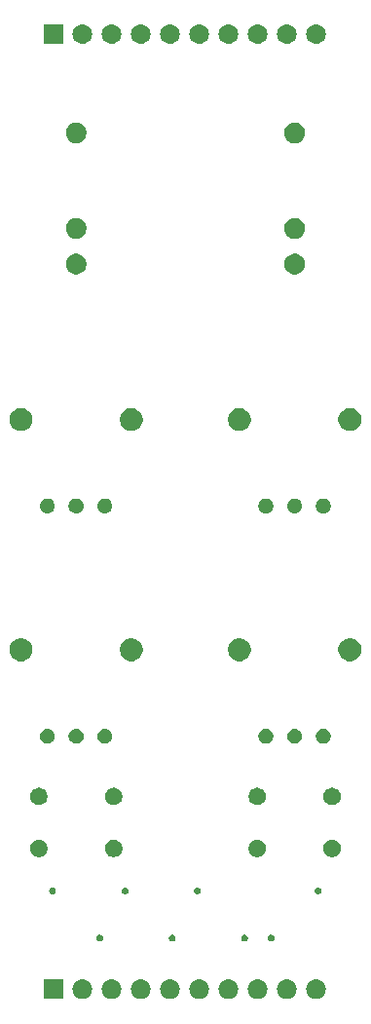
<source format=gbr>
G04 #@! TF.GenerationSoftware,KiCad,Pcbnew,5.0.2+dfsg1-1~bpo9+1*
G04 #@! TF.CreationDate,2019-05-23T15:11:14-07:00*
G04 #@! TF.ProjectId,HW,48572e6b-6963-4616-945f-706362585858,rev?*
G04 #@! TF.SameCoordinates,Original*
G04 #@! TF.FileFunction,Soldermask,Bot*
G04 #@! TF.FilePolarity,Negative*
%FSLAX46Y46*%
G04 Gerber Fmt 4.6, Leading zero omitted, Abs format (unit mm)*
G04 Created by KiCad (PCBNEW 5.0.2+dfsg1-1~bpo9+1) date Thu 23 May 2019 03:11:14 PM PDT*
%MOMM*%
%LPD*%
G01*
G04 APERTURE LIST*
%ADD10C,0.100000*%
G04 APERTURE END LIST*
D10*
G36*
X138026630Y-145662299D02*
X138186855Y-145710903D01*
X138334520Y-145789831D01*
X138463949Y-145896051D01*
X138570169Y-146025480D01*
X138649097Y-146173145D01*
X138697701Y-146333370D01*
X138714112Y-146500000D01*
X138697701Y-146666630D01*
X138649097Y-146826855D01*
X138570169Y-146974520D01*
X138463949Y-147103949D01*
X138334520Y-147210169D01*
X138186855Y-147289097D01*
X138026630Y-147337701D01*
X137901752Y-147350000D01*
X137818248Y-147350000D01*
X137693370Y-147337701D01*
X137533145Y-147289097D01*
X137385480Y-147210169D01*
X137256051Y-147103949D01*
X137149831Y-146974520D01*
X137070903Y-146826855D01*
X137022299Y-146666630D01*
X137005888Y-146500000D01*
X137022299Y-146333370D01*
X137070903Y-146173145D01*
X137149831Y-146025480D01*
X137256051Y-145896051D01*
X137385480Y-145789831D01*
X137533145Y-145710903D01*
X137693370Y-145662299D01*
X137818248Y-145650000D01*
X137901752Y-145650000D01*
X138026630Y-145662299D01*
X138026630Y-145662299D01*
G37*
G36*
X135486630Y-145662299D02*
X135646855Y-145710903D01*
X135794520Y-145789831D01*
X135923949Y-145896051D01*
X136030169Y-146025480D01*
X136109097Y-146173145D01*
X136157701Y-146333370D01*
X136174112Y-146500000D01*
X136157701Y-146666630D01*
X136109097Y-146826855D01*
X136030169Y-146974520D01*
X135923949Y-147103949D01*
X135794520Y-147210169D01*
X135646855Y-147289097D01*
X135486630Y-147337701D01*
X135361752Y-147350000D01*
X135278248Y-147350000D01*
X135153370Y-147337701D01*
X134993145Y-147289097D01*
X134845480Y-147210169D01*
X134716051Y-147103949D01*
X134609831Y-146974520D01*
X134530903Y-146826855D01*
X134482299Y-146666630D01*
X134465888Y-146500000D01*
X134482299Y-146333370D01*
X134530903Y-146173145D01*
X134609831Y-146025480D01*
X134716051Y-145896051D01*
X134845480Y-145789831D01*
X134993145Y-145710903D01*
X135153370Y-145662299D01*
X135278248Y-145650000D01*
X135361752Y-145650000D01*
X135486630Y-145662299D01*
X135486630Y-145662299D01*
G37*
G36*
X132946630Y-145662299D02*
X133106855Y-145710903D01*
X133254520Y-145789831D01*
X133383949Y-145896051D01*
X133490169Y-146025480D01*
X133569097Y-146173145D01*
X133617701Y-146333370D01*
X133634112Y-146500000D01*
X133617701Y-146666630D01*
X133569097Y-146826855D01*
X133490169Y-146974520D01*
X133383949Y-147103949D01*
X133254520Y-147210169D01*
X133106855Y-147289097D01*
X132946630Y-147337701D01*
X132821752Y-147350000D01*
X132738248Y-147350000D01*
X132613370Y-147337701D01*
X132453145Y-147289097D01*
X132305480Y-147210169D01*
X132176051Y-147103949D01*
X132069831Y-146974520D01*
X131990903Y-146826855D01*
X131942299Y-146666630D01*
X131925888Y-146500000D01*
X131942299Y-146333370D01*
X131990903Y-146173145D01*
X132069831Y-146025480D01*
X132176051Y-145896051D01*
X132305480Y-145789831D01*
X132453145Y-145710903D01*
X132613370Y-145662299D01*
X132738248Y-145650000D01*
X132821752Y-145650000D01*
X132946630Y-145662299D01*
X132946630Y-145662299D01*
G37*
G36*
X130406630Y-145662299D02*
X130566855Y-145710903D01*
X130714520Y-145789831D01*
X130843949Y-145896051D01*
X130950169Y-146025480D01*
X131029097Y-146173145D01*
X131077701Y-146333370D01*
X131094112Y-146500000D01*
X131077701Y-146666630D01*
X131029097Y-146826855D01*
X130950169Y-146974520D01*
X130843949Y-147103949D01*
X130714520Y-147210169D01*
X130566855Y-147289097D01*
X130406630Y-147337701D01*
X130281752Y-147350000D01*
X130198248Y-147350000D01*
X130073370Y-147337701D01*
X129913145Y-147289097D01*
X129765480Y-147210169D01*
X129636051Y-147103949D01*
X129529831Y-146974520D01*
X129450903Y-146826855D01*
X129402299Y-146666630D01*
X129385888Y-146500000D01*
X129402299Y-146333370D01*
X129450903Y-146173145D01*
X129529831Y-146025480D01*
X129636051Y-145896051D01*
X129765480Y-145789831D01*
X129913145Y-145710903D01*
X130073370Y-145662299D01*
X130198248Y-145650000D01*
X130281752Y-145650000D01*
X130406630Y-145662299D01*
X130406630Y-145662299D01*
G37*
G36*
X127866630Y-145662299D02*
X128026855Y-145710903D01*
X128174520Y-145789831D01*
X128303949Y-145896051D01*
X128410169Y-146025480D01*
X128489097Y-146173145D01*
X128537701Y-146333370D01*
X128554112Y-146500000D01*
X128537701Y-146666630D01*
X128489097Y-146826855D01*
X128410169Y-146974520D01*
X128303949Y-147103949D01*
X128174520Y-147210169D01*
X128026855Y-147289097D01*
X127866630Y-147337701D01*
X127741752Y-147350000D01*
X127658248Y-147350000D01*
X127533370Y-147337701D01*
X127373145Y-147289097D01*
X127225480Y-147210169D01*
X127096051Y-147103949D01*
X126989831Y-146974520D01*
X126910903Y-146826855D01*
X126862299Y-146666630D01*
X126845888Y-146500000D01*
X126862299Y-146333370D01*
X126910903Y-146173145D01*
X126989831Y-146025480D01*
X127096051Y-145896051D01*
X127225480Y-145789831D01*
X127373145Y-145710903D01*
X127533370Y-145662299D01*
X127658248Y-145650000D01*
X127741752Y-145650000D01*
X127866630Y-145662299D01*
X127866630Y-145662299D01*
G37*
G36*
X125326630Y-145662299D02*
X125486855Y-145710903D01*
X125634520Y-145789831D01*
X125763949Y-145896051D01*
X125870169Y-146025480D01*
X125949097Y-146173145D01*
X125997701Y-146333370D01*
X126014112Y-146500000D01*
X125997701Y-146666630D01*
X125949097Y-146826855D01*
X125870169Y-146974520D01*
X125763949Y-147103949D01*
X125634520Y-147210169D01*
X125486855Y-147289097D01*
X125326630Y-147337701D01*
X125201752Y-147350000D01*
X125118248Y-147350000D01*
X124993370Y-147337701D01*
X124833145Y-147289097D01*
X124685480Y-147210169D01*
X124556051Y-147103949D01*
X124449831Y-146974520D01*
X124370903Y-146826855D01*
X124322299Y-146666630D01*
X124305888Y-146500000D01*
X124322299Y-146333370D01*
X124370903Y-146173145D01*
X124449831Y-146025480D01*
X124556051Y-145896051D01*
X124685480Y-145789831D01*
X124833145Y-145710903D01*
X124993370Y-145662299D01*
X125118248Y-145650000D01*
X125201752Y-145650000D01*
X125326630Y-145662299D01*
X125326630Y-145662299D01*
G37*
G36*
X122786630Y-145662299D02*
X122946855Y-145710903D01*
X123094520Y-145789831D01*
X123223949Y-145896051D01*
X123330169Y-146025480D01*
X123409097Y-146173145D01*
X123457701Y-146333370D01*
X123474112Y-146500000D01*
X123457701Y-146666630D01*
X123409097Y-146826855D01*
X123330169Y-146974520D01*
X123223949Y-147103949D01*
X123094520Y-147210169D01*
X122946855Y-147289097D01*
X122786630Y-147337701D01*
X122661752Y-147350000D01*
X122578248Y-147350000D01*
X122453370Y-147337701D01*
X122293145Y-147289097D01*
X122145480Y-147210169D01*
X122016051Y-147103949D01*
X121909831Y-146974520D01*
X121830903Y-146826855D01*
X121782299Y-146666630D01*
X121765888Y-146500000D01*
X121782299Y-146333370D01*
X121830903Y-146173145D01*
X121909831Y-146025480D01*
X122016051Y-145896051D01*
X122145480Y-145789831D01*
X122293145Y-145710903D01*
X122453370Y-145662299D01*
X122578248Y-145650000D01*
X122661752Y-145650000D01*
X122786630Y-145662299D01*
X122786630Y-145662299D01*
G37*
G36*
X117706630Y-145662299D02*
X117866855Y-145710903D01*
X118014520Y-145789831D01*
X118143949Y-145896051D01*
X118250169Y-146025480D01*
X118329097Y-146173145D01*
X118377701Y-146333370D01*
X118394112Y-146500000D01*
X118377701Y-146666630D01*
X118329097Y-146826855D01*
X118250169Y-146974520D01*
X118143949Y-147103949D01*
X118014520Y-147210169D01*
X117866855Y-147289097D01*
X117706630Y-147337701D01*
X117581752Y-147350000D01*
X117498248Y-147350000D01*
X117373370Y-147337701D01*
X117213145Y-147289097D01*
X117065480Y-147210169D01*
X116936051Y-147103949D01*
X116829831Y-146974520D01*
X116750903Y-146826855D01*
X116702299Y-146666630D01*
X116685888Y-146500000D01*
X116702299Y-146333370D01*
X116750903Y-146173145D01*
X116829831Y-146025480D01*
X116936051Y-145896051D01*
X117065480Y-145789831D01*
X117213145Y-145710903D01*
X117373370Y-145662299D01*
X117498248Y-145650000D01*
X117581752Y-145650000D01*
X117706630Y-145662299D01*
X117706630Y-145662299D01*
G37*
G36*
X115850000Y-147350000D02*
X114150000Y-147350000D01*
X114150000Y-145650000D01*
X115850000Y-145650000D01*
X115850000Y-147350000D01*
X115850000Y-147350000D01*
G37*
G36*
X120246630Y-145662299D02*
X120406855Y-145710903D01*
X120554520Y-145789831D01*
X120683949Y-145896051D01*
X120790169Y-146025480D01*
X120869097Y-146173145D01*
X120917701Y-146333370D01*
X120934112Y-146500000D01*
X120917701Y-146666630D01*
X120869097Y-146826855D01*
X120790169Y-146974520D01*
X120683949Y-147103949D01*
X120554520Y-147210169D01*
X120406855Y-147289097D01*
X120246630Y-147337701D01*
X120121752Y-147350000D01*
X120038248Y-147350000D01*
X119913370Y-147337701D01*
X119753145Y-147289097D01*
X119605480Y-147210169D01*
X119476051Y-147103949D01*
X119369831Y-146974520D01*
X119290903Y-146826855D01*
X119242299Y-146666630D01*
X119225888Y-146500000D01*
X119242299Y-146333370D01*
X119290903Y-146173145D01*
X119369831Y-146025480D01*
X119476051Y-145896051D01*
X119605480Y-145789831D01*
X119753145Y-145710903D01*
X119913370Y-145662299D01*
X120038248Y-145650000D01*
X120121752Y-145650000D01*
X120246630Y-145662299D01*
X120246630Y-145662299D01*
G37*
G36*
X131737507Y-141761528D02*
X131792103Y-141784143D01*
X131841239Y-141816974D01*
X131883026Y-141858761D01*
X131915857Y-141907897D01*
X131938472Y-141962493D01*
X131950000Y-142020453D01*
X131950000Y-142079547D01*
X131938472Y-142137507D01*
X131915857Y-142192103D01*
X131883026Y-142241239D01*
X131841239Y-142283026D01*
X131792103Y-142315857D01*
X131737507Y-142338472D01*
X131679547Y-142350000D01*
X131620453Y-142350000D01*
X131562493Y-142338472D01*
X131507897Y-142315857D01*
X131458761Y-142283026D01*
X131416974Y-142241239D01*
X131384143Y-142192103D01*
X131361528Y-142137507D01*
X131350000Y-142079547D01*
X131350000Y-142020453D01*
X131361528Y-141962493D01*
X131384143Y-141907897D01*
X131416974Y-141858761D01*
X131458761Y-141816974D01*
X131507897Y-141784143D01*
X131562493Y-141761528D01*
X131620453Y-141750000D01*
X131679547Y-141750000D01*
X131737507Y-141761528D01*
X131737507Y-141761528D01*
G37*
G36*
X134037507Y-141761528D02*
X134092103Y-141784143D01*
X134141239Y-141816974D01*
X134183026Y-141858761D01*
X134215857Y-141907897D01*
X134238472Y-141962493D01*
X134250000Y-142020453D01*
X134250000Y-142079547D01*
X134238472Y-142137507D01*
X134215857Y-142192103D01*
X134183026Y-142241239D01*
X134141239Y-142283026D01*
X134092103Y-142315857D01*
X134037507Y-142338472D01*
X133979547Y-142350000D01*
X133920453Y-142350000D01*
X133862493Y-142338472D01*
X133807897Y-142315857D01*
X133758761Y-142283026D01*
X133716974Y-142241239D01*
X133684143Y-142192103D01*
X133661528Y-142137507D01*
X133650000Y-142079547D01*
X133650000Y-142020453D01*
X133661528Y-141962493D01*
X133684143Y-141907897D01*
X133716974Y-141858761D01*
X133758761Y-141816974D01*
X133807897Y-141784143D01*
X133862493Y-141761528D01*
X133920453Y-141750000D01*
X133979547Y-141750000D01*
X134037507Y-141761528D01*
X134037507Y-141761528D01*
G37*
G36*
X119137507Y-141761528D02*
X119192103Y-141784143D01*
X119241239Y-141816974D01*
X119283026Y-141858761D01*
X119315857Y-141907897D01*
X119338472Y-141962493D01*
X119350000Y-142020453D01*
X119350000Y-142079547D01*
X119338472Y-142137507D01*
X119315857Y-142192103D01*
X119283026Y-142241239D01*
X119241239Y-142283026D01*
X119192103Y-142315857D01*
X119137507Y-142338472D01*
X119079547Y-142350000D01*
X119020453Y-142350000D01*
X118962493Y-142338472D01*
X118907897Y-142315857D01*
X118858761Y-142283026D01*
X118816974Y-142241239D01*
X118784143Y-142192103D01*
X118761528Y-142137507D01*
X118750000Y-142079547D01*
X118750000Y-142020453D01*
X118761528Y-141962493D01*
X118784143Y-141907897D01*
X118816974Y-141858761D01*
X118858761Y-141816974D01*
X118907897Y-141784143D01*
X118962493Y-141761528D01*
X119020453Y-141750000D01*
X119079547Y-141750000D01*
X119137507Y-141761528D01*
X119137507Y-141761528D01*
G37*
G36*
X125437507Y-141761528D02*
X125492103Y-141784143D01*
X125541239Y-141816974D01*
X125583026Y-141858761D01*
X125615857Y-141907897D01*
X125638472Y-141962493D01*
X125650000Y-142020453D01*
X125650000Y-142079547D01*
X125638472Y-142137507D01*
X125615857Y-142192103D01*
X125583026Y-142241239D01*
X125541239Y-142283026D01*
X125492103Y-142315857D01*
X125437507Y-142338472D01*
X125379547Y-142350000D01*
X125320453Y-142350000D01*
X125262493Y-142338472D01*
X125207897Y-142315857D01*
X125158761Y-142283026D01*
X125116974Y-142241239D01*
X125084143Y-142192103D01*
X125061528Y-142137507D01*
X125050000Y-142079547D01*
X125050000Y-142020453D01*
X125061528Y-141962493D01*
X125084143Y-141907897D01*
X125116974Y-141858761D01*
X125158761Y-141816974D01*
X125207897Y-141784143D01*
X125262493Y-141761528D01*
X125320453Y-141750000D01*
X125379547Y-141750000D01*
X125437507Y-141761528D01*
X125437507Y-141761528D01*
G37*
G36*
X121337507Y-137661528D02*
X121392103Y-137684143D01*
X121441239Y-137716974D01*
X121483026Y-137758761D01*
X121515857Y-137807897D01*
X121538472Y-137862493D01*
X121550000Y-137920453D01*
X121550000Y-137979547D01*
X121538472Y-138037507D01*
X121515857Y-138092103D01*
X121483026Y-138141239D01*
X121441239Y-138183026D01*
X121392103Y-138215857D01*
X121337507Y-138238472D01*
X121279547Y-138250000D01*
X121220453Y-138250000D01*
X121162493Y-138238472D01*
X121107897Y-138215857D01*
X121058761Y-138183026D01*
X121016974Y-138141239D01*
X120984143Y-138092103D01*
X120961528Y-138037507D01*
X120950000Y-137979547D01*
X120950000Y-137920453D01*
X120961528Y-137862493D01*
X120984143Y-137807897D01*
X121016974Y-137758761D01*
X121058761Y-137716974D01*
X121107897Y-137684143D01*
X121162493Y-137661528D01*
X121220453Y-137650000D01*
X121279547Y-137650000D01*
X121337507Y-137661528D01*
X121337507Y-137661528D01*
G37*
G36*
X138137507Y-137661528D02*
X138192103Y-137684143D01*
X138241239Y-137716974D01*
X138283026Y-137758761D01*
X138315857Y-137807897D01*
X138338472Y-137862493D01*
X138350000Y-137920453D01*
X138350000Y-137979547D01*
X138338472Y-138037507D01*
X138315857Y-138092103D01*
X138283026Y-138141239D01*
X138241239Y-138183026D01*
X138192103Y-138215857D01*
X138137507Y-138238472D01*
X138079547Y-138250000D01*
X138020453Y-138250000D01*
X137962493Y-138238472D01*
X137907897Y-138215857D01*
X137858761Y-138183026D01*
X137816974Y-138141239D01*
X137784143Y-138092103D01*
X137761528Y-138037507D01*
X137750000Y-137979547D01*
X137750000Y-137920453D01*
X137761528Y-137862493D01*
X137784143Y-137807897D01*
X137816974Y-137758761D01*
X137858761Y-137716974D01*
X137907897Y-137684143D01*
X137962493Y-137661528D01*
X138020453Y-137650000D01*
X138079547Y-137650000D01*
X138137507Y-137661528D01*
X138137507Y-137661528D01*
G37*
G36*
X115037507Y-137661528D02*
X115092103Y-137684143D01*
X115141239Y-137716974D01*
X115183026Y-137758761D01*
X115215857Y-137807897D01*
X115238472Y-137862493D01*
X115250000Y-137920453D01*
X115250000Y-137979547D01*
X115238472Y-138037507D01*
X115215857Y-138092103D01*
X115183026Y-138141239D01*
X115141239Y-138183026D01*
X115092103Y-138215857D01*
X115037507Y-138238472D01*
X114979547Y-138250000D01*
X114920453Y-138250000D01*
X114862493Y-138238472D01*
X114807897Y-138215857D01*
X114758761Y-138183026D01*
X114716974Y-138141239D01*
X114684143Y-138092103D01*
X114661528Y-138037507D01*
X114650000Y-137979547D01*
X114650000Y-137920453D01*
X114661528Y-137862493D01*
X114684143Y-137807897D01*
X114716974Y-137758761D01*
X114758761Y-137716974D01*
X114807897Y-137684143D01*
X114862493Y-137661528D01*
X114920453Y-137650000D01*
X114979547Y-137650000D01*
X115037507Y-137661528D01*
X115037507Y-137661528D01*
G37*
G36*
X127637507Y-137661528D02*
X127692103Y-137684143D01*
X127741239Y-137716974D01*
X127783026Y-137758761D01*
X127815857Y-137807897D01*
X127838472Y-137862493D01*
X127850000Y-137920453D01*
X127850000Y-137979547D01*
X127838472Y-138037507D01*
X127815857Y-138092103D01*
X127783026Y-138141239D01*
X127741239Y-138183026D01*
X127692103Y-138215857D01*
X127637507Y-138238472D01*
X127579547Y-138250000D01*
X127520453Y-138250000D01*
X127462493Y-138238472D01*
X127407897Y-138215857D01*
X127358761Y-138183026D01*
X127316974Y-138141239D01*
X127284143Y-138092103D01*
X127261528Y-138037507D01*
X127250000Y-137979547D01*
X127250000Y-137920453D01*
X127261528Y-137862493D01*
X127284143Y-137807897D01*
X127316974Y-137758761D01*
X127358761Y-137716974D01*
X127407897Y-137684143D01*
X127462493Y-137661528D01*
X127520453Y-137650000D01*
X127579547Y-137650000D01*
X127637507Y-137661528D01*
X127637507Y-137661528D01*
G37*
G36*
X139423195Y-133507522D02*
X139472267Y-133517283D01*
X139610942Y-133574724D01*
X139735750Y-133658118D01*
X139841882Y-133764250D01*
X139925276Y-133889058D01*
X139982717Y-134027734D01*
X140012000Y-134174948D01*
X140012000Y-134325052D01*
X139982717Y-134472266D01*
X139925276Y-134610942D01*
X139841882Y-134735750D01*
X139735750Y-134841882D01*
X139735747Y-134841884D01*
X139610942Y-134925276D01*
X139472267Y-134982717D01*
X139423195Y-134992478D01*
X139325052Y-135012000D01*
X139174948Y-135012000D01*
X139076805Y-134992478D01*
X139027733Y-134982717D01*
X138889058Y-134925276D01*
X138764253Y-134841884D01*
X138764250Y-134841882D01*
X138658118Y-134735750D01*
X138574724Y-134610942D01*
X138517283Y-134472266D01*
X138488000Y-134325052D01*
X138488000Y-134174948D01*
X138517283Y-134027734D01*
X138574724Y-133889058D01*
X138658118Y-133764250D01*
X138764250Y-133658118D01*
X138889058Y-133574724D01*
X139027733Y-133517283D01*
X139076805Y-133507522D01*
X139174948Y-133488000D01*
X139325052Y-133488000D01*
X139423195Y-133507522D01*
X139423195Y-133507522D01*
G37*
G36*
X132923195Y-133507522D02*
X132972267Y-133517283D01*
X133110942Y-133574724D01*
X133235750Y-133658118D01*
X133341882Y-133764250D01*
X133425276Y-133889058D01*
X133482717Y-134027734D01*
X133512000Y-134174948D01*
X133512000Y-134325052D01*
X133482717Y-134472266D01*
X133425276Y-134610942D01*
X133341882Y-134735750D01*
X133235750Y-134841882D01*
X133235747Y-134841884D01*
X133110942Y-134925276D01*
X132972267Y-134982717D01*
X132923195Y-134992478D01*
X132825052Y-135012000D01*
X132674948Y-135012000D01*
X132576805Y-134992478D01*
X132527733Y-134982717D01*
X132389058Y-134925276D01*
X132264253Y-134841884D01*
X132264250Y-134841882D01*
X132158118Y-134735750D01*
X132074724Y-134610942D01*
X132017283Y-134472266D01*
X131988000Y-134325052D01*
X131988000Y-134174948D01*
X132017283Y-134027734D01*
X132074724Y-133889058D01*
X132158118Y-133764250D01*
X132264250Y-133658118D01*
X132389058Y-133574724D01*
X132527733Y-133517283D01*
X132576805Y-133507522D01*
X132674948Y-133488000D01*
X132825052Y-133488000D01*
X132923195Y-133507522D01*
X132923195Y-133507522D01*
G37*
G36*
X120423195Y-133507522D02*
X120472267Y-133517283D01*
X120610942Y-133574724D01*
X120735750Y-133658118D01*
X120841882Y-133764250D01*
X120925276Y-133889058D01*
X120982717Y-134027734D01*
X121012000Y-134174948D01*
X121012000Y-134325052D01*
X120982717Y-134472266D01*
X120925276Y-134610942D01*
X120841882Y-134735750D01*
X120735750Y-134841882D01*
X120735747Y-134841884D01*
X120610942Y-134925276D01*
X120472267Y-134982717D01*
X120423195Y-134992478D01*
X120325052Y-135012000D01*
X120174948Y-135012000D01*
X120076805Y-134992478D01*
X120027733Y-134982717D01*
X119889058Y-134925276D01*
X119764253Y-134841884D01*
X119764250Y-134841882D01*
X119658118Y-134735750D01*
X119574724Y-134610942D01*
X119517283Y-134472266D01*
X119488000Y-134325052D01*
X119488000Y-134174948D01*
X119517283Y-134027734D01*
X119574724Y-133889058D01*
X119658118Y-133764250D01*
X119764250Y-133658118D01*
X119889058Y-133574724D01*
X120027733Y-133517283D01*
X120076805Y-133507522D01*
X120174948Y-133488000D01*
X120325052Y-133488000D01*
X120423195Y-133507522D01*
X120423195Y-133507522D01*
G37*
G36*
X113923195Y-133507522D02*
X113972267Y-133517283D01*
X114110942Y-133574724D01*
X114235750Y-133658118D01*
X114341882Y-133764250D01*
X114425276Y-133889058D01*
X114482717Y-134027734D01*
X114512000Y-134174948D01*
X114512000Y-134325052D01*
X114482717Y-134472266D01*
X114425276Y-134610942D01*
X114341882Y-134735750D01*
X114235750Y-134841882D01*
X114235747Y-134841884D01*
X114110942Y-134925276D01*
X113972267Y-134982717D01*
X113923195Y-134992478D01*
X113825052Y-135012000D01*
X113674948Y-135012000D01*
X113576805Y-134992478D01*
X113527733Y-134982717D01*
X113389058Y-134925276D01*
X113264253Y-134841884D01*
X113264250Y-134841882D01*
X113158118Y-134735750D01*
X113074724Y-134610942D01*
X113017283Y-134472266D01*
X112988000Y-134325052D01*
X112988000Y-134174948D01*
X113017283Y-134027734D01*
X113074724Y-133889058D01*
X113158118Y-133764250D01*
X113264250Y-133658118D01*
X113389058Y-133574724D01*
X113527733Y-133517283D01*
X113576805Y-133507522D01*
X113674948Y-133488000D01*
X113825052Y-133488000D01*
X113923195Y-133507522D01*
X113923195Y-133507522D01*
G37*
G36*
X120423195Y-129007522D02*
X120472267Y-129017283D01*
X120610942Y-129074724D01*
X120735750Y-129158118D01*
X120841882Y-129264250D01*
X120925276Y-129389058D01*
X120982717Y-129527734D01*
X121012000Y-129674948D01*
X121012000Y-129825052D01*
X120982717Y-129972266D01*
X120925276Y-130110942D01*
X120841882Y-130235750D01*
X120735750Y-130341882D01*
X120735747Y-130341884D01*
X120610942Y-130425276D01*
X120472267Y-130482717D01*
X120423195Y-130492478D01*
X120325052Y-130512000D01*
X120174948Y-130512000D01*
X120076805Y-130492478D01*
X120027733Y-130482717D01*
X119889058Y-130425276D01*
X119764253Y-130341884D01*
X119764250Y-130341882D01*
X119658118Y-130235750D01*
X119574724Y-130110942D01*
X119517283Y-129972266D01*
X119488000Y-129825052D01*
X119488000Y-129674948D01*
X119517283Y-129527734D01*
X119574724Y-129389058D01*
X119658118Y-129264250D01*
X119764250Y-129158118D01*
X119889058Y-129074724D01*
X120027733Y-129017283D01*
X120076805Y-129007522D01*
X120174948Y-128988000D01*
X120325052Y-128988000D01*
X120423195Y-129007522D01*
X120423195Y-129007522D01*
G37*
G36*
X113923195Y-129007522D02*
X113972267Y-129017283D01*
X114110942Y-129074724D01*
X114235750Y-129158118D01*
X114341882Y-129264250D01*
X114425276Y-129389058D01*
X114482717Y-129527734D01*
X114512000Y-129674948D01*
X114512000Y-129825052D01*
X114482717Y-129972266D01*
X114425276Y-130110942D01*
X114341882Y-130235750D01*
X114235750Y-130341882D01*
X114235747Y-130341884D01*
X114110942Y-130425276D01*
X113972267Y-130482717D01*
X113923195Y-130492478D01*
X113825052Y-130512000D01*
X113674948Y-130512000D01*
X113576805Y-130492478D01*
X113527733Y-130482717D01*
X113389058Y-130425276D01*
X113264253Y-130341884D01*
X113264250Y-130341882D01*
X113158118Y-130235750D01*
X113074724Y-130110942D01*
X113017283Y-129972266D01*
X112988000Y-129825052D01*
X112988000Y-129674948D01*
X113017283Y-129527734D01*
X113074724Y-129389058D01*
X113158118Y-129264250D01*
X113264250Y-129158118D01*
X113389058Y-129074724D01*
X113527733Y-129017283D01*
X113576805Y-129007522D01*
X113674948Y-128988000D01*
X113825052Y-128988000D01*
X113923195Y-129007522D01*
X113923195Y-129007522D01*
G37*
G36*
X139423195Y-129007522D02*
X139472267Y-129017283D01*
X139610942Y-129074724D01*
X139735750Y-129158118D01*
X139841882Y-129264250D01*
X139925276Y-129389058D01*
X139982717Y-129527734D01*
X140012000Y-129674948D01*
X140012000Y-129825052D01*
X139982717Y-129972266D01*
X139925276Y-130110942D01*
X139841882Y-130235750D01*
X139735750Y-130341882D01*
X139735747Y-130341884D01*
X139610942Y-130425276D01*
X139472267Y-130482717D01*
X139423195Y-130492478D01*
X139325052Y-130512000D01*
X139174948Y-130512000D01*
X139076805Y-130492478D01*
X139027733Y-130482717D01*
X138889058Y-130425276D01*
X138764253Y-130341884D01*
X138764250Y-130341882D01*
X138658118Y-130235750D01*
X138574724Y-130110942D01*
X138517283Y-129972266D01*
X138488000Y-129825052D01*
X138488000Y-129674948D01*
X138517283Y-129527734D01*
X138574724Y-129389058D01*
X138658118Y-129264250D01*
X138764250Y-129158118D01*
X138889058Y-129074724D01*
X139027733Y-129017283D01*
X139076805Y-129007522D01*
X139174948Y-128988000D01*
X139325052Y-128988000D01*
X139423195Y-129007522D01*
X139423195Y-129007522D01*
G37*
G36*
X132923195Y-129007522D02*
X132972267Y-129017283D01*
X133110942Y-129074724D01*
X133235750Y-129158118D01*
X133341882Y-129264250D01*
X133425276Y-129389058D01*
X133482717Y-129527734D01*
X133512000Y-129674948D01*
X133512000Y-129825052D01*
X133482717Y-129972266D01*
X133425276Y-130110942D01*
X133341882Y-130235750D01*
X133235750Y-130341882D01*
X133235747Y-130341884D01*
X133110942Y-130425276D01*
X132972267Y-130482717D01*
X132923195Y-130492478D01*
X132825052Y-130512000D01*
X132674948Y-130512000D01*
X132576805Y-130492478D01*
X132527733Y-130482717D01*
X132389058Y-130425276D01*
X132264253Y-130341884D01*
X132264250Y-130341882D01*
X132158118Y-130235750D01*
X132074724Y-130110942D01*
X132017283Y-129972266D01*
X131988000Y-129825052D01*
X131988000Y-129674948D01*
X132017283Y-129527734D01*
X132074724Y-129389058D01*
X132158118Y-129264250D01*
X132264250Y-129158118D01*
X132389058Y-129074724D01*
X132527733Y-129017283D01*
X132576805Y-129007522D01*
X132674948Y-128988000D01*
X132825052Y-128988000D01*
X132923195Y-129007522D01*
X132923195Y-129007522D01*
G37*
G36*
X114647738Y-123866653D02*
X114689598Y-123874979D01*
X114724245Y-123889330D01*
X114807890Y-123923977D01*
X114914354Y-123995114D01*
X115004886Y-124085646D01*
X115076023Y-124192110D01*
X115125021Y-124310403D01*
X115150000Y-124435979D01*
X115150000Y-124564021D01*
X115125021Y-124689597D01*
X115076023Y-124807890D01*
X115004886Y-124914354D01*
X114914354Y-125004886D01*
X114807890Y-125076023D01*
X114724245Y-125110670D01*
X114689598Y-125125021D01*
X114647738Y-125133347D01*
X114564021Y-125150000D01*
X114435979Y-125150000D01*
X114352262Y-125133347D01*
X114310402Y-125125021D01*
X114275755Y-125110670D01*
X114192110Y-125076023D01*
X114085646Y-125004886D01*
X113995114Y-124914354D01*
X113923977Y-124807890D01*
X113874979Y-124689597D01*
X113850000Y-124564021D01*
X113850000Y-124435979D01*
X113874979Y-124310403D01*
X113923977Y-124192110D01*
X113995114Y-124085646D01*
X114085646Y-123995114D01*
X114192110Y-123923977D01*
X114275755Y-123889330D01*
X114310402Y-123874979D01*
X114352262Y-123866653D01*
X114435979Y-123850000D01*
X114564021Y-123850000D01*
X114647738Y-123866653D01*
X114647738Y-123866653D01*
G37*
G36*
X117147738Y-123866653D02*
X117189598Y-123874979D01*
X117224245Y-123889330D01*
X117307890Y-123923977D01*
X117414354Y-123995114D01*
X117504886Y-124085646D01*
X117576023Y-124192110D01*
X117625021Y-124310403D01*
X117650000Y-124435979D01*
X117650000Y-124564021D01*
X117625021Y-124689597D01*
X117576023Y-124807890D01*
X117504886Y-124914354D01*
X117414354Y-125004886D01*
X117307890Y-125076023D01*
X117224245Y-125110670D01*
X117189598Y-125125021D01*
X117147738Y-125133347D01*
X117064021Y-125150000D01*
X116935979Y-125150000D01*
X116852262Y-125133347D01*
X116810402Y-125125021D01*
X116775755Y-125110670D01*
X116692110Y-125076023D01*
X116585646Y-125004886D01*
X116495114Y-124914354D01*
X116423977Y-124807890D01*
X116374979Y-124689597D01*
X116350000Y-124564021D01*
X116350000Y-124435979D01*
X116374979Y-124310403D01*
X116423977Y-124192110D01*
X116495114Y-124085646D01*
X116585646Y-123995114D01*
X116692110Y-123923977D01*
X116775755Y-123889330D01*
X116810402Y-123874979D01*
X116852262Y-123866653D01*
X116935979Y-123850000D01*
X117064021Y-123850000D01*
X117147738Y-123866653D01*
X117147738Y-123866653D01*
G37*
G36*
X133647738Y-123866653D02*
X133689598Y-123874979D01*
X133724245Y-123889330D01*
X133807890Y-123923977D01*
X133914354Y-123995114D01*
X134004886Y-124085646D01*
X134076023Y-124192110D01*
X134125021Y-124310403D01*
X134150000Y-124435979D01*
X134150000Y-124564021D01*
X134125021Y-124689597D01*
X134076023Y-124807890D01*
X134004886Y-124914354D01*
X133914354Y-125004886D01*
X133807890Y-125076023D01*
X133724245Y-125110670D01*
X133689598Y-125125021D01*
X133647738Y-125133347D01*
X133564021Y-125150000D01*
X133435979Y-125150000D01*
X133352262Y-125133347D01*
X133310402Y-125125021D01*
X133275755Y-125110670D01*
X133192110Y-125076023D01*
X133085646Y-125004886D01*
X132995114Y-124914354D01*
X132923977Y-124807890D01*
X132874979Y-124689597D01*
X132850000Y-124564021D01*
X132850000Y-124435979D01*
X132874979Y-124310403D01*
X132923977Y-124192110D01*
X132995114Y-124085646D01*
X133085646Y-123995114D01*
X133192110Y-123923977D01*
X133275755Y-123889330D01*
X133310402Y-123874979D01*
X133352262Y-123866653D01*
X133435979Y-123850000D01*
X133564021Y-123850000D01*
X133647738Y-123866653D01*
X133647738Y-123866653D01*
G37*
G36*
X136147738Y-123866653D02*
X136189598Y-123874979D01*
X136224245Y-123889330D01*
X136307890Y-123923977D01*
X136414354Y-123995114D01*
X136504886Y-124085646D01*
X136576023Y-124192110D01*
X136625021Y-124310403D01*
X136650000Y-124435979D01*
X136650000Y-124564021D01*
X136625021Y-124689597D01*
X136576023Y-124807890D01*
X136504886Y-124914354D01*
X136414354Y-125004886D01*
X136307890Y-125076023D01*
X136224245Y-125110670D01*
X136189598Y-125125021D01*
X136147738Y-125133347D01*
X136064021Y-125150000D01*
X135935979Y-125150000D01*
X135852262Y-125133347D01*
X135810402Y-125125021D01*
X135775755Y-125110670D01*
X135692110Y-125076023D01*
X135585646Y-125004886D01*
X135495114Y-124914354D01*
X135423977Y-124807890D01*
X135374979Y-124689597D01*
X135350000Y-124564021D01*
X135350000Y-124435979D01*
X135374979Y-124310403D01*
X135423977Y-124192110D01*
X135495114Y-124085646D01*
X135585646Y-123995114D01*
X135692110Y-123923977D01*
X135775755Y-123889330D01*
X135810402Y-123874979D01*
X135852262Y-123866653D01*
X135935979Y-123850000D01*
X136064021Y-123850000D01*
X136147738Y-123866653D01*
X136147738Y-123866653D01*
G37*
G36*
X138647738Y-123866653D02*
X138689598Y-123874979D01*
X138724245Y-123889330D01*
X138807890Y-123923977D01*
X138914354Y-123995114D01*
X139004886Y-124085646D01*
X139076023Y-124192110D01*
X139125021Y-124310403D01*
X139150000Y-124435979D01*
X139150000Y-124564021D01*
X139125021Y-124689597D01*
X139076023Y-124807890D01*
X139004886Y-124914354D01*
X138914354Y-125004886D01*
X138807890Y-125076023D01*
X138724245Y-125110670D01*
X138689598Y-125125021D01*
X138647738Y-125133347D01*
X138564021Y-125150000D01*
X138435979Y-125150000D01*
X138352262Y-125133347D01*
X138310402Y-125125021D01*
X138275755Y-125110670D01*
X138192110Y-125076023D01*
X138085646Y-125004886D01*
X137995114Y-124914354D01*
X137923977Y-124807890D01*
X137874979Y-124689597D01*
X137850000Y-124564021D01*
X137850000Y-124435979D01*
X137874979Y-124310403D01*
X137923977Y-124192110D01*
X137995114Y-124085646D01*
X138085646Y-123995114D01*
X138192110Y-123923977D01*
X138275755Y-123889330D01*
X138310402Y-123874979D01*
X138352262Y-123866653D01*
X138435979Y-123850000D01*
X138564021Y-123850000D01*
X138647738Y-123866653D01*
X138647738Y-123866653D01*
G37*
G36*
X119647738Y-123866653D02*
X119689598Y-123874979D01*
X119724245Y-123889330D01*
X119807890Y-123923977D01*
X119914354Y-123995114D01*
X120004886Y-124085646D01*
X120076023Y-124192110D01*
X120125021Y-124310403D01*
X120150000Y-124435979D01*
X120150000Y-124564021D01*
X120125021Y-124689597D01*
X120076023Y-124807890D01*
X120004886Y-124914354D01*
X119914354Y-125004886D01*
X119807890Y-125076023D01*
X119724245Y-125110670D01*
X119689598Y-125125021D01*
X119647738Y-125133347D01*
X119564021Y-125150000D01*
X119435979Y-125150000D01*
X119352262Y-125133347D01*
X119310402Y-125125021D01*
X119275755Y-125110670D01*
X119192110Y-125076023D01*
X119085646Y-125004886D01*
X118995114Y-124914354D01*
X118923977Y-124807890D01*
X118874979Y-124689597D01*
X118850000Y-124564021D01*
X118850000Y-124435979D01*
X118874979Y-124310403D01*
X118923977Y-124192110D01*
X118995114Y-124085646D01*
X119085646Y-123995114D01*
X119192110Y-123923977D01*
X119275755Y-123889330D01*
X119310402Y-123874979D01*
X119352262Y-123866653D01*
X119435979Y-123850000D01*
X119564021Y-123850000D01*
X119647738Y-123866653D01*
X119647738Y-123866653D01*
G37*
G36*
X131375770Y-116015372D02*
X131491689Y-116038429D01*
X131673678Y-116113811D01*
X131837463Y-116223249D01*
X131976751Y-116362537D01*
X132086189Y-116526322D01*
X132161571Y-116708311D01*
X132200000Y-116901509D01*
X132200000Y-117098491D01*
X132161571Y-117291689D01*
X132086189Y-117473678D01*
X131976751Y-117637463D01*
X131837463Y-117776751D01*
X131673678Y-117886189D01*
X131491689Y-117961571D01*
X131375770Y-117984628D01*
X131298493Y-118000000D01*
X131101507Y-118000000D01*
X131024230Y-117984628D01*
X130908311Y-117961571D01*
X130726322Y-117886189D01*
X130562537Y-117776751D01*
X130423249Y-117637463D01*
X130313811Y-117473678D01*
X130238429Y-117291689D01*
X130200000Y-117098491D01*
X130200000Y-116901509D01*
X130238429Y-116708311D01*
X130313811Y-116526322D01*
X130423249Y-116362537D01*
X130562537Y-116223249D01*
X130726322Y-116113811D01*
X130908311Y-116038429D01*
X131024230Y-116015372D01*
X131101507Y-116000000D01*
X131298493Y-116000000D01*
X131375770Y-116015372D01*
X131375770Y-116015372D01*
G37*
G36*
X140975770Y-116015372D02*
X141091689Y-116038429D01*
X141273678Y-116113811D01*
X141437463Y-116223249D01*
X141576751Y-116362537D01*
X141686189Y-116526322D01*
X141761571Y-116708311D01*
X141800000Y-116901509D01*
X141800000Y-117098491D01*
X141761571Y-117291689D01*
X141686189Y-117473678D01*
X141576751Y-117637463D01*
X141437463Y-117776751D01*
X141273678Y-117886189D01*
X141091689Y-117961571D01*
X140975770Y-117984628D01*
X140898493Y-118000000D01*
X140701507Y-118000000D01*
X140624230Y-117984628D01*
X140508311Y-117961571D01*
X140326322Y-117886189D01*
X140162537Y-117776751D01*
X140023249Y-117637463D01*
X139913811Y-117473678D01*
X139838429Y-117291689D01*
X139800000Y-117098491D01*
X139800000Y-116901509D01*
X139838429Y-116708311D01*
X139913811Y-116526322D01*
X140023249Y-116362537D01*
X140162537Y-116223249D01*
X140326322Y-116113811D01*
X140508311Y-116038429D01*
X140624230Y-116015372D01*
X140701507Y-116000000D01*
X140898493Y-116000000D01*
X140975770Y-116015372D01*
X140975770Y-116015372D01*
G37*
G36*
X121975770Y-116015372D02*
X122091689Y-116038429D01*
X122273678Y-116113811D01*
X122437463Y-116223249D01*
X122576751Y-116362537D01*
X122686189Y-116526322D01*
X122761571Y-116708311D01*
X122800000Y-116901509D01*
X122800000Y-117098491D01*
X122761571Y-117291689D01*
X122686189Y-117473678D01*
X122576751Y-117637463D01*
X122437463Y-117776751D01*
X122273678Y-117886189D01*
X122091689Y-117961571D01*
X121975770Y-117984628D01*
X121898493Y-118000000D01*
X121701507Y-118000000D01*
X121624230Y-117984628D01*
X121508311Y-117961571D01*
X121326322Y-117886189D01*
X121162537Y-117776751D01*
X121023249Y-117637463D01*
X120913811Y-117473678D01*
X120838429Y-117291689D01*
X120800000Y-117098491D01*
X120800000Y-116901509D01*
X120838429Y-116708311D01*
X120913811Y-116526322D01*
X121023249Y-116362537D01*
X121162537Y-116223249D01*
X121326322Y-116113811D01*
X121508311Y-116038429D01*
X121624230Y-116015372D01*
X121701507Y-116000000D01*
X121898493Y-116000000D01*
X121975770Y-116015372D01*
X121975770Y-116015372D01*
G37*
G36*
X112375770Y-116015372D02*
X112491689Y-116038429D01*
X112673678Y-116113811D01*
X112837463Y-116223249D01*
X112976751Y-116362537D01*
X113086189Y-116526322D01*
X113161571Y-116708311D01*
X113200000Y-116901509D01*
X113200000Y-117098491D01*
X113161571Y-117291689D01*
X113086189Y-117473678D01*
X112976751Y-117637463D01*
X112837463Y-117776751D01*
X112673678Y-117886189D01*
X112491689Y-117961571D01*
X112375770Y-117984628D01*
X112298493Y-118000000D01*
X112101507Y-118000000D01*
X112024230Y-117984628D01*
X111908311Y-117961571D01*
X111726322Y-117886189D01*
X111562537Y-117776751D01*
X111423249Y-117637463D01*
X111313811Y-117473678D01*
X111238429Y-117291689D01*
X111200000Y-117098491D01*
X111200000Y-116901509D01*
X111238429Y-116708311D01*
X111313811Y-116526322D01*
X111423249Y-116362537D01*
X111562537Y-116223249D01*
X111726322Y-116113811D01*
X111908311Y-116038429D01*
X112024230Y-116015372D01*
X112101507Y-116000000D01*
X112298493Y-116000000D01*
X112375770Y-116015372D01*
X112375770Y-116015372D01*
G37*
G36*
X133647738Y-103866653D02*
X133689598Y-103874979D01*
X133724245Y-103889330D01*
X133807890Y-103923977D01*
X133914354Y-103995114D01*
X134004886Y-104085646D01*
X134076023Y-104192110D01*
X134125021Y-104310403D01*
X134150000Y-104435979D01*
X134150000Y-104564021D01*
X134125021Y-104689597D01*
X134076023Y-104807890D01*
X134004886Y-104914354D01*
X133914354Y-105004886D01*
X133807890Y-105076023D01*
X133724245Y-105110670D01*
X133689598Y-105125021D01*
X133647738Y-105133347D01*
X133564021Y-105150000D01*
X133435979Y-105150000D01*
X133352262Y-105133347D01*
X133310402Y-105125021D01*
X133275755Y-105110670D01*
X133192110Y-105076023D01*
X133085646Y-105004886D01*
X132995114Y-104914354D01*
X132923977Y-104807890D01*
X132874979Y-104689597D01*
X132850000Y-104564021D01*
X132850000Y-104435979D01*
X132874979Y-104310403D01*
X132923977Y-104192110D01*
X132995114Y-104085646D01*
X133085646Y-103995114D01*
X133192110Y-103923977D01*
X133275755Y-103889330D01*
X133310402Y-103874979D01*
X133352262Y-103866653D01*
X133435979Y-103850000D01*
X133564021Y-103850000D01*
X133647738Y-103866653D01*
X133647738Y-103866653D01*
G37*
G36*
X138647738Y-103866653D02*
X138689598Y-103874979D01*
X138724245Y-103889330D01*
X138807890Y-103923977D01*
X138914354Y-103995114D01*
X139004886Y-104085646D01*
X139076023Y-104192110D01*
X139125021Y-104310403D01*
X139150000Y-104435979D01*
X139150000Y-104564021D01*
X139125021Y-104689597D01*
X139076023Y-104807890D01*
X139004886Y-104914354D01*
X138914354Y-105004886D01*
X138807890Y-105076023D01*
X138724245Y-105110670D01*
X138689598Y-105125021D01*
X138647738Y-105133347D01*
X138564021Y-105150000D01*
X138435979Y-105150000D01*
X138352262Y-105133347D01*
X138310402Y-105125021D01*
X138275755Y-105110670D01*
X138192110Y-105076023D01*
X138085646Y-105004886D01*
X137995114Y-104914354D01*
X137923977Y-104807890D01*
X137874979Y-104689597D01*
X137850000Y-104564021D01*
X137850000Y-104435979D01*
X137874979Y-104310403D01*
X137923977Y-104192110D01*
X137995114Y-104085646D01*
X138085646Y-103995114D01*
X138192110Y-103923977D01*
X138275755Y-103889330D01*
X138310402Y-103874979D01*
X138352262Y-103866653D01*
X138435979Y-103850000D01*
X138564021Y-103850000D01*
X138647738Y-103866653D01*
X138647738Y-103866653D01*
G37*
G36*
X119647738Y-103866653D02*
X119689598Y-103874979D01*
X119724245Y-103889330D01*
X119807890Y-103923977D01*
X119914354Y-103995114D01*
X120004886Y-104085646D01*
X120076023Y-104192110D01*
X120125021Y-104310403D01*
X120150000Y-104435979D01*
X120150000Y-104564021D01*
X120125021Y-104689597D01*
X120076023Y-104807890D01*
X120004886Y-104914354D01*
X119914354Y-105004886D01*
X119807890Y-105076023D01*
X119724245Y-105110670D01*
X119689598Y-105125021D01*
X119647738Y-105133347D01*
X119564021Y-105150000D01*
X119435979Y-105150000D01*
X119352262Y-105133347D01*
X119310402Y-105125021D01*
X119275755Y-105110670D01*
X119192110Y-105076023D01*
X119085646Y-105004886D01*
X118995114Y-104914354D01*
X118923977Y-104807890D01*
X118874979Y-104689597D01*
X118850000Y-104564021D01*
X118850000Y-104435979D01*
X118874979Y-104310403D01*
X118923977Y-104192110D01*
X118995114Y-104085646D01*
X119085646Y-103995114D01*
X119192110Y-103923977D01*
X119275755Y-103889330D01*
X119310402Y-103874979D01*
X119352262Y-103866653D01*
X119435979Y-103850000D01*
X119564021Y-103850000D01*
X119647738Y-103866653D01*
X119647738Y-103866653D01*
G37*
G36*
X117147738Y-103866653D02*
X117189598Y-103874979D01*
X117224245Y-103889330D01*
X117307890Y-103923977D01*
X117414354Y-103995114D01*
X117504886Y-104085646D01*
X117576023Y-104192110D01*
X117625021Y-104310403D01*
X117650000Y-104435979D01*
X117650000Y-104564021D01*
X117625021Y-104689597D01*
X117576023Y-104807890D01*
X117504886Y-104914354D01*
X117414354Y-105004886D01*
X117307890Y-105076023D01*
X117224245Y-105110670D01*
X117189598Y-105125021D01*
X117147738Y-105133347D01*
X117064021Y-105150000D01*
X116935979Y-105150000D01*
X116852262Y-105133347D01*
X116810402Y-105125021D01*
X116775755Y-105110670D01*
X116692110Y-105076023D01*
X116585646Y-105004886D01*
X116495114Y-104914354D01*
X116423977Y-104807890D01*
X116374979Y-104689597D01*
X116350000Y-104564021D01*
X116350000Y-104435979D01*
X116374979Y-104310403D01*
X116423977Y-104192110D01*
X116495114Y-104085646D01*
X116585646Y-103995114D01*
X116692110Y-103923977D01*
X116775755Y-103889330D01*
X116810402Y-103874979D01*
X116852262Y-103866653D01*
X116935979Y-103850000D01*
X117064021Y-103850000D01*
X117147738Y-103866653D01*
X117147738Y-103866653D01*
G37*
G36*
X114647738Y-103866653D02*
X114689598Y-103874979D01*
X114724245Y-103889330D01*
X114807890Y-103923977D01*
X114914354Y-103995114D01*
X115004886Y-104085646D01*
X115076023Y-104192110D01*
X115125021Y-104310403D01*
X115150000Y-104435979D01*
X115150000Y-104564021D01*
X115125021Y-104689597D01*
X115076023Y-104807890D01*
X115004886Y-104914354D01*
X114914354Y-105004886D01*
X114807890Y-105076023D01*
X114724245Y-105110670D01*
X114689598Y-105125021D01*
X114647738Y-105133347D01*
X114564021Y-105150000D01*
X114435979Y-105150000D01*
X114352262Y-105133347D01*
X114310402Y-105125021D01*
X114275755Y-105110670D01*
X114192110Y-105076023D01*
X114085646Y-105004886D01*
X113995114Y-104914354D01*
X113923977Y-104807890D01*
X113874979Y-104689597D01*
X113850000Y-104564021D01*
X113850000Y-104435979D01*
X113874979Y-104310403D01*
X113923977Y-104192110D01*
X113995114Y-104085646D01*
X114085646Y-103995114D01*
X114192110Y-103923977D01*
X114275755Y-103889330D01*
X114310402Y-103874979D01*
X114352262Y-103866653D01*
X114435979Y-103850000D01*
X114564021Y-103850000D01*
X114647738Y-103866653D01*
X114647738Y-103866653D01*
G37*
G36*
X136147738Y-103866653D02*
X136189598Y-103874979D01*
X136224245Y-103889330D01*
X136307890Y-103923977D01*
X136414354Y-103995114D01*
X136504886Y-104085646D01*
X136576023Y-104192110D01*
X136625021Y-104310403D01*
X136650000Y-104435979D01*
X136650000Y-104564021D01*
X136625021Y-104689597D01*
X136576023Y-104807890D01*
X136504886Y-104914354D01*
X136414354Y-105004886D01*
X136307890Y-105076023D01*
X136224245Y-105110670D01*
X136189598Y-105125021D01*
X136147738Y-105133347D01*
X136064021Y-105150000D01*
X135935979Y-105150000D01*
X135852262Y-105133347D01*
X135810402Y-105125021D01*
X135775755Y-105110670D01*
X135692110Y-105076023D01*
X135585646Y-105004886D01*
X135495114Y-104914354D01*
X135423977Y-104807890D01*
X135374979Y-104689597D01*
X135350000Y-104564021D01*
X135350000Y-104435979D01*
X135374979Y-104310403D01*
X135423977Y-104192110D01*
X135495114Y-104085646D01*
X135585646Y-103995114D01*
X135692110Y-103923977D01*
X135775755Y-103889330D01*
X135810402Y-103874979D01*
X135852262Y-103866653D01*
X135935979Y-103850000D01*
X136064021Y-103850000D01*
X136147738Y-103866653D01*
X136147738Y-103866653D01*
G37*
G36*
X112375770Y-96015372D02*
X112491689Y-96038429D01*
X112673678Y-96113811D01*
X112837463Y-96223249D01*
X112976751Y-96362537D01*
X113086189Y-96526322D01*
X113161571Y-96708311D01*
X113200000Y-96901509D01*
X113200000Y-97098491D01*
X113161571Y-97291689D01*
X113086189Y-97473678D01*
X112976751Y-97637463D01*
X112837463Y-97776751D01*
X112673678Y-97886189D01*
X112491689Y-97961571D01*
X112375770Y-97984628D01*
X112298493Y-98000000D01*
X112101507Y-98000000D01*
X112024230Y-97984628D01*
X111908311Y-97961571D01*
X111726322Y-97886189D01*
X111562537Y-97776751D01*
X111423249Y-97637463D01*
X111313811Y-97473678D01*
X111238429Y-97291689D01*
X111200000Y-97098491D01*
X111200000Y-96901509D01*
X111238429Y-96708311D01*
X111313811Y-96526322D01*
X111423249Y-96362537D01*
X111562537Y-96223249D01*
X111726322Y-96113811D01*
X111908311Y-96038429D01*
X112024230Y-96015372D01*
X112101507Y-96000000D01*
X112298493Y-96000000D01*
X112375770Y-96015372D01*
X112375770Y-96015372D01*
G37*
G36*
X121975770Y-96015372D02*
X122091689Y-96038429D01*
X122273678Y-96113811D01*
X122437463Y-96223249D01*
X122576751Y-96362537D01*
X122686189Y-96526322D01*
X122761571Y-96708311D01*
X122800000Y-96901509D01*
X122800000Y-97098491D01*
X122761571Y-97291689D01*
X122686189Y-97473678D01*
X122576751Y-97637463D01*
X122437463Y-97776751D01*
X122273678Y-97886189D01*
X122091689Y-97961571D01*
X121975770Y-97984628D01*
X121898493Y-98000000D01*
X121701507Y-98000000D01*
X121624230Y-97984628D01*
X121508311Y-97961571D01*
X121326322Y-97886189D01*
X121162537Y-97776751D01*
X121023249Y-97637463D01*
X120913811Y-97473678D01*
X120838429Y-97291689D01*
X120800000Y-97098491D01*
X120800000Y-96901509D01*
X120838429Y-96708311D01*
X120913811Y-96526322D01*
X121023249Y-96362537D01*
X121162537Y-96223249D01*
X121326322Y-96113811D01*
X121508311Y-96038429D01*
X121624230Y-96015372D01*
X121701507Y-96000000D01*
X121898493Y-96000000D01*
X121975770Y-96015372D01*
X121975770Y-96015372D01*
G37*
G36*
X140975770Y-96015372D02*
X141091689Y-96038429D01*
X141273678Y-96113811D01*
X141437463Y-96223249D01*
X141576751Y-96362537D01*
X141686189Y-96526322D01*
X141761571Y-96708311D01*
X141800000Y-96901509D01*
X141800000Y-97098491D01*
X141761571Y-97291689D01*
X141686189Y-97473678D01*
X141576751Y-97637463D01*
X141437463Y-97776751D01*
X141273678Y-97886189D01*
X141091689Y-97961571D01*
X140975770Y-97984628D01*
X140898493Y-98000000D01*
X140701507Y-98000000D01*
X140624230Y-97984628D01*
X140508311Y-97961571D01*
X140326322Y-97886189D01*
X140162537Y-97776751D01*
X140023249Y-97637463D01*
X139913811Y-97473678D01*
X139838429Y-97291689D01*
X139800000Y-97098491D01*
X139800000Y-96901509D01*
X139838429Y-96708311D01*
X139913811Y-96526322D01*
X140023249Y-96362537D01*
X140162537Y-96223249D01*
X140326322Y-96113811D01*
X140508311Y-96038429D01*
X140624230Y-96015372D01*
X140701507Y-96000000D01*
X140898493Y-96000000D01*
X140975770Y-96015372D01*
X140975770Y-96015372D01*
G37*
G36*
X131375770Y-96015372D02*
X131491689Y-96038429D01*
X131673678Y-96113811D01*
X131837463Y-96223249D01*
X131976751Y-96362537D01*
X132086189Y-96526322D01*
X132161571Y-96708311D01*
X132200000Y-96901509D01*
X132200000Y-97098491D01*
X132161571Y-97291689D01*
X132086189Y-97473678D01*
X131976751Y-97637463D01*
X131837463Y-97776751D01*
X131673678Y-97886189D01*
X131491689Y-97961571D01*
X131375770Y-97984628D01*
X131298493Y-98000000D01*
X131101507Y-98000000D01*
X131024230Y-97984628D01*
X130908311Y-97961571D01*
X130726322Y-97886189D01*
X130562537Y-97776751D01*
X130423249Y-97637463D01*
X130313811Y-97473678D01*
X130238429Y-97291689D01*
X130200000Y-97098491D01*
X130200000Y-96901509D01*
X130238429Y-96708311D01*
X130313811Y-96526322D01*
X130423249Y-96362537D01*
X130562537Y-96223249D01*
X130726322Y-96113811D01*
X130908311Y-96038429D01*
X131024230Y-96015372D01*
X131101507Y-96000000D01*
X131298493Y-96000000D01*
X131375770Y-96015372D01*
X131375770Y-96015372D01*
G37*
G36*
X136262521Y-82614586D02*
X136426309Y-82682429D01*
X136573720Y-82780926D01*
X136699074Y-82906280D01*
X136797571Y-83053691D01*
X136865414Y-83217479D01*
X136900000Y-83391356D01*
X136900000Y-83568644D01*
X136865414Y-83742521D01*
X136797571Y-83906309D01*
X136699074Y-84053720D01*
X136573720Y-84179074D01*
X136426309Y-84277571D01*
X136262521Y-84345414D01*
X136088644Y-84380000D01*
X135911356Y-84380000D01*
X135737479Y-84345414D01*
X135573691Y-84277571D01*
X135426280Y-84179074D01*
X135300926Y-84053720D01*
X135202429Y-83906309D01*
X135134586Y-83742521D01*
X135100000Y-83568644D01*
X135100000Y-83391356D01*
X135134586Y-83217479D01*
X135202429Y-83053691D01*
X135300926Y-82906280D01*
X135426280Y-82780926D01*
X135573691Y-82682429D01*
X135737479Y-82614586D01*
X135911356Y-82580000D01*
X136088644Y-82580000D01*
X136262521Y-82614586D01*
X136262521Y-82614586D01*
G37*
G36*
X117262521Y-82614586D02*
X117426309Y-82682429D01*
X117573720Y-82780926D01*
X117699074Y-82906280D01*
X117797571Y-83053691D01*
X117865414Y-83217479D01*
X117900000Y-83391356D01*
X117900000Y-83568644D01*
X117865414Y-83742521D01*
X117797571Y-83906309D01*
X117699074Y-84053720D01*
X117573720Y-84179074D01*
X117426309Y-84277571D01*
X117262521Y-84345414D01*
X117088644Y-84380000D01*
X116911356Y-84380000D01*
X116737479Y-84345414D01*
X116573691Y-84277571D01*
X116426280Y-84179074D01*
X116300926Y-84053720D01*
X116202429Y-83906309D01*
X116134586Y-83742521D01*
X116100000Y-83568644D01*
X116100000Y-83391356D01*
X116134586Y-83217479D01*
X116202429Y-83053691D01*
X116300926Y-82906280D01*
X116426280Y-82780926D01*
X116573691Y-82682429D01*
X116737479Y-82614586D01*
X116911356Y-82580000D01*
X117088644Y-82580000D01*
X117262521Y-82614586D01*
X117262521Y-82614586D01*
G37*
G36*
X136262521Y-79514586D02*
X136426309Y-79582429D01*
X136573720Y-79680926D01*
X136699074Y-79806280D01*
X136797571Y-79953691D01*
X136865414Y-80117479D01*
X136900000Y-80291356D01*
X136900000Y-80468644D01*
X136865414Y-80642521D01*
X136797571Y-80806309D01*
X136699074Y-80953720D01*
X136573720Y-81079074D01*
X136426309Y-81177571D01*
X136262521Y-81245414D01*
X136088644Y-81280000D01*
X135911356Y-81280000D01*
X135737479Y-81245414D01*
X135573691Y-81177571D01*
X135426280Y-81079074D01*
X135300926Y-80953720D01*
X135202429Y-80806309D01*
X135134586Y-80642521D01*
X135100000Y-80468644D01*
X135100000Y-80291356D01*
X135134586Y-80117479D01*
X135202429Y-79953691D01*
X135300926Y-79806280D01*
X135426280Y-79680926D01*
X135573691Y-79582429D01*
X135737479Y-79514586D01*
X135911356Y-79480000D01*
X136088644Y-79480000D01*
X136262521Y-79514586D01*
X136262521Y-79514586D01*
G37*
G36*
X117262521Y-79514586D02*
X117426309Y-79582429D01*
X117573720Y-79680926D01*
X117699074Y-79806280D01*
X117797571Y-79953691D01*
X117865414Y-80117479D01*
X117900000Y-80291356D01*
X117900000Y-80468644D01*
X117865414Y-80642521D01*
X117797571Y-80806309D01*
X117699074Y-80953720D01*
X117573720Y-81079074D01*
X117426309Y-81177571D01*
X117262521Y-81245414D01*
X117088644Y-81280000D01*
X116911356Y-81280000D01*
X116737479Y-81245414D01*
X116573691Y-81177571D01*
X116426280Y-81079074D01*
X116300926Y-80953720D01*
X116202429Y-80806309D01*
X116134586Y-80642521D01*
X116100000Y-80468644D01*
X116100000Y-80291356D01*
X116134586Y-80117479D01*
X116202429Y-79953691D01*
X116300926Y-79806280D01*
X116426280Y-79680926D01*
X116573691Y-79582429D01*
X116737479Y-79514586D01*
X116911356Y-79480000D01*
X117088644Y-79480000D01*
X117262521Y-79514586D01*
X117262521Y-79514586D01*
G37*
G36*
X117262521Y-71214586D02*
X117426309Y-71282429D01*
X117573720Y-71380926D01*
X117699074Y-71506280D01*
X117797571Y-71653691D01*
X117865414Y-71817479D01*
X117900000Y-71991356D01*
X117900000Y-72168644D01*
X117865414Y-72342521D01*
X117797571Y-72506309D01*
X117699074Y-72653720D01*
X117573720Y-72779074D01*
X117426309Y-72877571D01*
X117262521Y-72945414D01*
X117088644Y-72980000D01*
X116911356Y-72980000D01*
X116737479Y-72945414D01*
X116573691Y-72877571D01*
X116426280Y-72779074D01*
X116300926Y-72653720D01*
X116202429Y-72506309D01*
X116134586Y-72342521D01*
X116100000Y-72168644D01*
X116100000Y-71991356D01*
X116134586Y-71817479D01*
X116202429Y-71653691D01*
X116300926Y-71506280D01*
X116426280Y-71380926D01*
X116573691Y-71282429D01*
X116737479Y-71214586D01*
X116911356Y-71180000D01*
X117088644Y-71180000D01*
X117262521Y-71214586D01*
X117262521Y-71214586D01*
G37*
G36*
X136262521Y-71214586D02*
X136426309Y-71282429D01*
X136573720Y-71380926D01*
X136699074Y-71506280D01*
X136797571Y-71653691D01*
X136865414Y-71817479D01*
X136900000Y-71991356D01*
X136900000Y-72168644D01*
X136865414Y-72342521D01*
X136797571Y-72506309D01*
X136699074Y-72653720D01*
X136573720Y-72779074D01*
X136426309Y-72877571D01*
X136262521Y-72945414D01*
X136088644Y-72980000D01*
X135911356Y-72980000D01*
X135737479Y-72945414D01*
X135573691Y-72877571D01*
X135426280Y-72779074D01*
X135300926Y-72653720D01*
X135202429Y-72506309D01*
X135134586Y-72342521D01*
X135100000Y-72168644D01*
X135100000Y-71991356D01*
X135134586Y-71817479D01*
X135202429Y-71653691D01*
X135300926Y-71506280D01*
X135426280Y-71380926D01*
X135573691Y-71282429D01*
X135737479Y-71214586D01*
X135911356Y-71180000D01*
X136088644Y-71180000D01*
X136262521Y-71214586D01*
X136262521Y-71214586D01*
G37*
G36*
X117706630Y-62662299D02*
X117866855Y-62710903D01*
X118014520Y-62789831D01*
X118143949Y-62896051D01*
X118250169Y-63025480D01*
X118329097Y-63173145D01*
X118377701Y-63333370D01*
X118394112Y-63500000D01*
X118377701Y-63666630D01*
X118329097Y-63826855D01*
X118250169Y-63974520D01*
X118143949Y-64103949D01*
X118014520Y-64210169D01*
X117866855Y-64289097D01*
X117706630Y-64337701D01*
X117581752Y-64350000D01*
X117498248Y-64350000D01*
X117373370Y-64337701D01*
X117213145Y-64289097D01*
X117065480Y-64210169D01*
X116936051Y-64103949D01*
X116829831Y-63974520D01*
X116750903Y-63826855D01*
X116702299Y-63666630D01*
X116685888Y-63500000D01*
X116702299Y-63333370D01*
X116750903Y-63173145D01*
X116829831Y-63025480D01*
X116936051Y-62896051D01*
X117065480Y-62789831D01*
X117213145Y-62710903D01*
X117373370Y-62662299D01*
X117498248Y-62650000D01*
X117581752Y-62650000D01*
X117706630Y-62662299D01*
X117706630Y-62662299D01*
G37*
G36*
X120246630Y-62662299D02*
X120406855Y-62710903D01*
X120554520Y-62789831D01*
X120683949Y-62896051D01*
X120790169Y-63025480D01*
X120869097Y-63173145D01*
X120917701Y-63333370D01*
X120934112Y-63500000D01*
X120917701Y-63666630D01*
X120869097Y-63826855D01*
X120790169Y-63974520D01*
X120683949Y-64103949D01*
X120554520Y-64210169D01*
X120406855Y-64289097D01*
X120246630Y-64337701D01*
X120121752Y-64350000D01*
X120038248Y-64350000D01*
X119913370Y-64337701D01*
X119753145Y-64289097D01*
X119605480Y-64210169D01*
X119476051Y-64103949D01*
X119369831Y-63974520D01*
X119290903Y-63826855D01*
X119242299Y-63666630D01*
X119225888Y-63500000D01*
X119242299Y-63333370D01*
X119290903Y-63173145D01*
X119369831Y-63025480D01*
X119476051Y-62896051D01*
X119605480Y-62789831D01*
X119753145Y-62710903D01*
X119913370Y-62662299D01*
X120038248Y-62650000D01*
X120121752Y-62650000D01*
X120246630Y-62662299D01*
X120246630Y-62662299D01*
G37*
G36*
X115850000Y-64350000D02*
X114150000Y-64350000D01*
X114150000Y-62650000D01*
X115850000Y-62650000D01*
X115850000Y-64350000D01*
X115850000Y-64350000D01*
G37*
G36*
X125326630Y-62662299D02*
X125486855Y-62710903D01*
X125634520Y-62789831D01*
X125763949Y-62896051D01*
X125870169Y-63025480D01*
X125949097Y-63173145D01*
X125997701Y-63333370D01*
X126014112Y-63500000D01*
X125997701Y-63666630D01*
X125949097Y-63826855D01*
X125870169Y-63974520D01*
X125763949Y-64103949D01*
X125634520Y-64210169D01*
X125486855Y-64289097D01*
X125326630Y-64337701D01*
X125201752Y-64350000D01*
X125118248Y-64350000D01*
X124993370Y-64337701D01*
X124833145Y-64289097D01*
X124685480Y-64210169D01*
X124556051Y-64103949D01*
X124449831Y-63974520D01*
X124370903Y-63826855D01*
X124322299Y-63666630D01*
X124305888Y-63500000D01*
X124322299Y-63333370D01*
X124370903Y-63173145D01*
X124449831Y-63025480D01*
X124556051Y-62896051D01*
X124685480Y-62789831D01*
X124833145Y-62710903D01*
X124993370Y-62662299D01*
X125118248Y-62650000D01*
X125201752Y-62650000D01*
X125326630Y-62662299D01*
X125326630Y-62662299D01*
G37*
G36*
X127866630Y-62662299D02*
X128026855Y-62710903D01*
X128174520Y-62789831D01*
X128303949Y-62896051D01*
X128410169Y-63025480D01*
X128489097Y-63173145D01*
X128537701Y-63333370D01*
X128554112Y-63500000D01*
X128537701Y-63666630D01*
X128489097Y-63826855D01*
X128410169Y-63974520D01*
X128303949Y-64103949D01*
X128174520Y-64210169D01*
X128026855Y-64289097D01*
X127866630Y-64337701D01*
X127741752Y-64350000D01*
X127658248Y-64350000D01*
X127533370Y-64337701D01*
X127373145Y-64289097D01*
X127225480Y-64210169D01*
X127096051Y-64103949D01*
X126989831Y-63974520D01*
X126910903Y-63826855D01*
X126862299Y-63666630D01*
X126845888Y-63500000D01*
X126862299Y-63333370D01*
X126910903Y-63173145D01*
X126989831Y-63025480D01*
X127096051Y-62896051D01*
X127225480Y-62789831D01*
X127373145Y-62710903D01*
X127533370Y-62662299D01*
X127658248Y-62650000D01*
X127741752Y-62650000D01*
X127866630Y-62662299D01*
X127866630Y-62662299D01*
G37*
G36*
X130406630Y-62662299D02*
X130566855Y-62710903D01*
X130714520Y-62789831D01*
X130843949Y-62896051D01*
X130950169Y-63025480D01*
X131029097Y-63173145D01*
X131077701Y-63333370D01*
X131094112Y-63500000D01*
X131077701Y-63666630D01*
X131029097Y-63826855D01*
X130950169Y-63974520D01*
X130843949Y-64103949D01*
X130714520Y-64210169D01*
X130566855Y-64289097D01*
X130406630Y-64337701D01*
X130281752Y-64350000D01*
X130198248Y-64350000D01*
X130073370Y-64337701D01*
X129913145Y-64289097D01*
X129765480Y-64210169D01*
X129636051Y-64103949D01*
X129529831Y-63974520D01*
X129450903Y-63826855D01*
X129402299Y-63666630D01*
X129385888Y-63500000D01*
X129402299Y-63333370D01*
X129450903Y-63173145D01*
X129529831Y-63025480D01*
X129636051Y-62896051D01*
X129765480Y-62789831D01*
X129913145Y-62710903D01*
X130073370Y-62662299D01*
X130198248Y-62650000D01*
X130281752Y-62650000D01*
X130406630Y-62662299D01*
X130406630Y-62662299D01*
G37*
G36*
X132946630Y-62662299D02*
X133106855Y-62710903D01*
X133254520Y-62789831D01*
X133383949Y-62896051D01*
X133490169Y-63025480D01*
X133569097Y-63173145D01*
X133617701Y-63333370D01*
X133634112Y-63500000D01*
X133617701Y-63666630D01*
X133569097Y-63826855D01*
X133490169Y-63974520D01*
X133383949Y-64103949D01*
X133254520Y-64210169D01*
X133106855Y-64289097D01*
X132946630Y-64337701D01*
X132821752Y-64350000D01*
X132738248Y-64350000D01*
X132613370Y-64337701D01*
X132453145Y-64289097D01*
X132305480Y-64210169D01*
X132176051Y-64103949D01*
X132069831Y-63974520D01*
X131990903Y-63826855D01*
X131942299Y-63666630D01*
X131925888Y-63500000D01*
X131942299Y-63333370D01*
X131990903Y-63173145D01*
X132069831Y-63025480D01*
X132176051Y-62896051D01*
X132305480Y-62789831D01*
X132453145Y-62710903D01*
X132613370Y-62662299D01*
X132738248Y-62650000D01*
X132821752Y-62650000D01*
X132946630Y-62662299D01*
X132946630Y-62662299D01*
G37*
G36*
X135486630Y-62662299D02*
X135646855Y-62710903D01*
X135794520Y-62789831D01*
X135923949Y-62896051D01*
X136030169Y-63025480D01*
X136109097Y-63173145D01*
X136157701Y-63333370D01*
X136174112Y-63500000D01*
X136157701Y-63666630D01*
X136109097Y-63826855D01*
X136030169Y-63974520D01*
X135923949Y-64103949D01*
X135794520Y-64210169D01*
X135646855Y-64289097D01*
X135486630Y-64337701D01*
X135361752Y-64350000D01*
X135278248Y-64350000D01*
X135153370Y-64337701D01*
X134993145Y-64289097D01*
X134845480Y-64210169D01*
X134716051Y-64103949D01*
X134609831Y-63974520D01*
X134530903Y-63826855D01*
X134482299Y-63666630D01*
X134465888Y-63500000D01*
X134482299Y-63333370D01*
X134530903Y-63173145D01*
X134609831Y-63025480D01*
X134716051Y-62896051D01*
X134845480Y-62789831D01*
X134993145Y-62710903D01*
X135153370Y-62662299D01*
X135278248Y-62650000D01*
X135361752Y-62650000D01*
X135486630Y-62662299D01*
X135486630Y-62662299D01*
G37*
G36*
X138026630Y-62662299D02*
X138186855Y-62710903D01*
X138334520Y-62789831D01*
X138463949Y-62896051D01*
X138570169Y-63025480D01*
X138649097Y-63173145D01*
X138697701Y-63333370D01*
X138714112Y-63500000D01*
X138697701Y-63666630D01*
X138649097Y-63826855D01*
X138570169Y-63974520D01*
X138463949Y-64103949D01*
X138334520Y-64210169D01*
X138186855Y-64289097D01*
X138026630Y-64337701D01*
X137901752Y-64350000D01*
X137818248Y-64350000D01*
X137693370Y-64337701D01*
X137533145Y-64289097D01*
X137385480Y-64210169D01*
X137256051Y-64103949D01*
X137149831Y-63974520D01*
X137070903Y-63826855D01*
X137022299Y-63666630D01*
X137005888Y-63500000D01*
X137022299Y-63333370D01*
X137070903Y-63173145D01*
X137149831Y-63025480D01*
X137256051Y-62896051D01*
X137385480Y-62789831D01*
X137533145Y-62710903D01*
X137693370Y-62662299D01*
X137818248Y-62650000D01*
X137901752Y-62650000D01*
X138026630Y-62662299D01*
X138026630Y-62662299D01*
G37*
G36*
X122786630Y-62662299D02*
X122946855Y-62710903D01*
X123094520Y-62789831D01*
X123223949Y-62896051D01*
X123330169Y-63025480D01*
X123409097Y-63173145D01*
X123457701Y-63333370D01*
X123474112Y-63500000D01*
X123457701Y-63666630D01*
X123409097Y-63826855D01*
X123330169Y-63974520D01*
X123223949Y-64103949D01*
X123094520Y-64210169D01*
X122946855Y-64289097D01*
X122786630Y-64337701D01*
X122661752Y-64350000D01*
X122578248Y-64350000D01*
X122453370Y-64337701D01*
X122293145Y-64289097D01*
X122145480Y-64210169D01*
X122016051Y-64103949D01*
X121909831Y-63974520D01*
X121830903Y-63826855D01*
X121782299Y-63666630D01*
X121765888Y-63500000D01*
X121782299Y-63333370D01*
X121830903Y-63173145D01*
X121909831Y-63025480D01*
X122016051Y-62896051D01*
X122145480Y-62789831D01*
X122293145Y-62710903D01*
X122453370Y-62662299D01*
X122578248Y-62650000D01*
X122661752Y-62650000D01*
X122786630Y-62662299D01*
X122786630Y-62662299D01*
G37*
M02*

</source>
